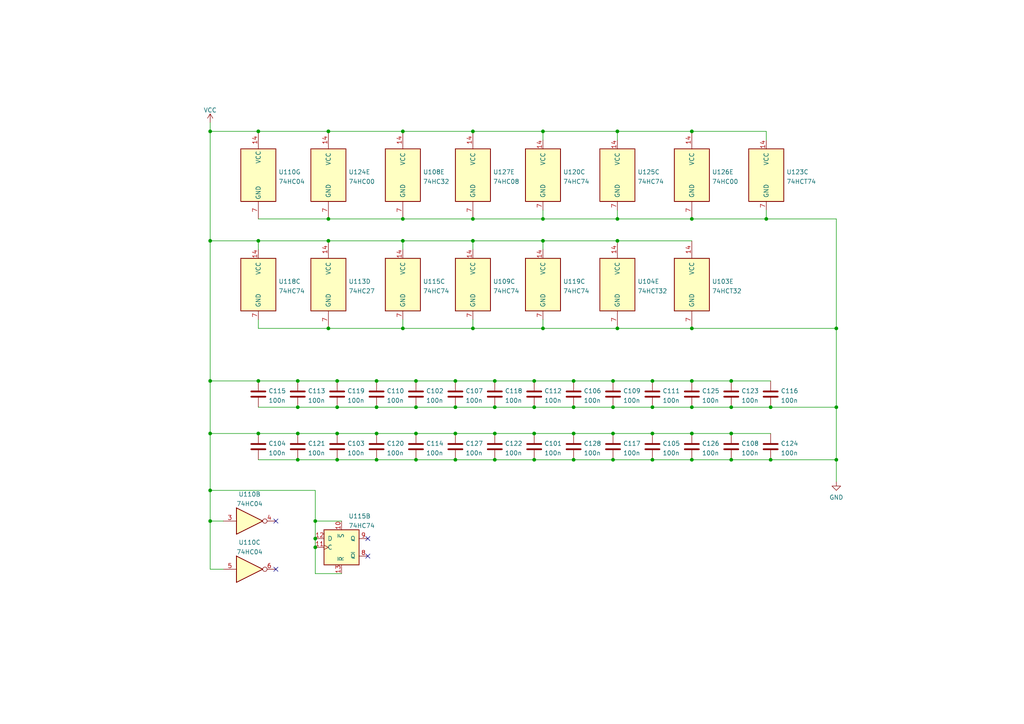
<source format=kicad_sch>
(kicad_sch (version 20211123) (generator eeschema)
  (paper "A4")
  (lib_symbols
    (symbol "74xx:74HC00" (pin_names (offset 1.016))
      (property "Reference" "U" (at 0 1.27 0))
      (property "Value" "74HC00" (at 0 -1.27 0))
      (symbol "74HC00_1_1"
        (arc (start 0 -3.81) (mid 3.81 0) (end 0 3.81) (stroke (width 0.254)) (fill (type background)))
        (polyline (pts (xy 0 3.81) (xy -3.81 3.81) (xy -3.81 -3.81) (xy 0 -3.81)) (stroke (width 0.254)) (fill (type background)))
        (pin input line (at -7.62 2.54 0) (length 3.81) (name "~") (number "1"))
        (pin input line (at -7.62 -2.54 0) (length 3.81) (name "~") (number "2"))
        (pin output inverted (at 7.62 0 180) (length 3.81) (name "~") (number "3"))
      )
      (symbol "74HC00_1_2"
        (arc (start -3.81 -3.81) (mid -2.589 0) (end -3.81 3.81) (stroke (width 0.254)))
        (arc (start -0.6096 -3.81) (mid 2.1855 -2.584) (end 3.81 0) (stroke (width 0.254)) (fill (type background)))
        (polyline (pts (xy -3.81 -3.81) (xy -0.635 -3.81)) (stroke (width 0.254)) (fill (type background)))
        (polyline (pts (xy -3.81 3.81) (xy -0.635 3.81)) (stroke (width 0.254)) (fill (type background)))
        (polyline (pts (xy -0.635 3.81) (xy -3.81 3.81) (xy -3.81 3.81) (xy -3.556 3.4036) (xy -3.0226 2.2606) (xy -2.6924 1.0414) (xy -2.6162 -0.254) (xy -2.7686 -1.4986) (xy -3.175 -2.7178) (xy -3.81 -3.81) (xy -3.81 -3.81) (xy -0.635 -3.81)) (stroke (width -25.4)) (fill (type background)))
        (arc (start 3.81 0) (mid 2.1928 2.5925) (end -0.6096 3.81) (stroke (width 0.254)) (fill (type background)))
        (pin input inverted (at -7.62 2.54 0) (length 4.318) (name "~") (number "1"))
        (pin input inverted (at -7.62 -2.54 0) (length 4.318) (name "~") (number "2"))
        (pin output line (at 7.62 0 180) (length 3.81) (name "~") (number "3"))
      )
      (symbol "74HC00_2_1"
        (arc (start 0 -3.81) (mid 3.81 0) (end 0 3.81) (stroke (width 0.254)) (fill (type background)))
        (polyline (pts (xy 0 3.81) (xy -3.81 3.81) (xy -3.81 -3.81) (xy 0 -3.81)) (stroke (width 0.254)) (fill (type background)))
        (pin input line (at -7.62 2.54 0) (length 3.81) (name "~") (number "4"))
        (pin input line (at -7.62 -2.54 0) (length 3.81) (name "~") (number "5"))
        (pin output inverted (at 7.62 0 180) (length 3.81) (name "~") (number "6"))
      )
      (symbol "74HC00_2_2"
        (arc (start -3.81 -3.81) (mid -2.589 0) (end -3.81 3.81) (stroke (width 0.254)))
        (arc (start -0.6096 -3.81) (mid 2.1855 -2.584) (end 3.81 0) (stroke (width 0.254)) (fill (type background)))
        (polyline (pts (xy -3.81 -3.81) (xy -0.635 -3.81)) (stroke (width 0.254)) (fill (type background)))
        (polyline (pts (xy -3.81 3.81) (xy -0.635 3.81)) (stroke (width 0.254)) (fill (type background)))
        (polyline (pts (xy -0.635 3.81) (xy -3.81 3.81) (xy -3.81 3.81) (xy -3.556 3.4036) (xy -3.0226 2.2606) (xy -2.6924 1.0414) (xy -2.6162 -0.254) (xy -2.7686 -1.4986) (xy -3.175 -2.7178) (xy -3.81 -3.81) (xy -3.81 -3.81) (xy -0.635 -3.81)) (stroke (width -25.4)) (fill (type background)))
        (arc (start 3.81 0) (mid 2.1928 2.5925) (end -0.6096 3.81) (stroke (width 0.254)) (fill (type background)))
        (pin input inverted (at -7.62 2.54 0) (length 4.318) (name "~") (number "4"))
        (pin input inverted (at -7.62 -2.54 0) (length 4.318) (name "~") (number "5"))
        (pin output line (at 7.62 0 180) (length 3.81) (name "~") (number "6"))
      )
      (symbol "74HC00_3_1"
        (arc (start 0 -3.81) (mid 3.81 0) (end 0 3.81) (stroke (width 0.254)) (fill (type background)))
        (polyline (pts (xy 0 3.81) (xy -3.81 3.81) (xy -3.81 -3.81) (xy 0 -3.81)) (stroke (width 0.254)) (fill (type background)))
        (pin input line (at -7.62 -2.54 0) (length 3.81) (name "~") (number "10"))
        (pin output inverted (at 7.62 0 180) (length 3.81) (name "~") (number "8"))
        (pin input line (at -7.62 2.54 0) (length 3.81) (name "~") (number "9"))
      )
      (symbol "74HC00_3_2"
        (arc (start -3.81 -3.81) (mid -2.589 0) (end -3.81 3.81) (stroke (width 0.254)))
        (arc (start -0.6096 -3.81) (mid 2.1855 -2.584) (end 3.81 0) (stroke (width 0.254)) (fill (type background)))
        (polyline (pts (xy -3.81 -3.81) (xy -0.635 -3.81)) (stroke (width 0.254)) (fill (type background)))
        (polyline (pts (xy -3.81 3.81) (xy -0.635 3.81)) (stroke (width 0.254)) (fill (type background)))
        (polyline (pts (xy -0.635 3.81) (xy -3.81 3.81) (xy -3.81 3.81) (xy -3.556 3.4036) (xy -3.0226 2.2606) (xy -2.6924 1.0414) (xy -2.6162 -0.254) (xy -2.7686 -1.4986) (xy -3.175 -2.7178) (xy -3.81 -3.81) (xy -3.81 -3.81) (xy -0.635 -3.81)) (stroke (width -25.4)) (fill (type background)))
        (arc (start 3.81 0) (mid 2.1928 2.5925) (end -0.6096 3.81) (stroke (width 0.254)) (fill (type background)))
        (pin input inverted (at -7.62 -2.54 0) (length 4.318) (name "~") (number "10"))
        (pin output line (at 7.62 0 180) (length 3.81) (name "~") (number "8"))
        (pin input inverted (at -7.62 2.54 0) (length 4.318) (name "~") (number "9"))
      )
      (symbol "74HC00_4_1"
        (arc (start 0 -3.81) (mid 3.81 0) (end 0 3.81) (stroke (width 0.254)) (fill (type background)))
        (polyline (pts (xy 0 3.81) (xy -3.81 3.81) (xy -3.81 -3.81) (xy 0 -3.81)) (stroke (width 0.254)) (fill (type background)))
        (pin output inverted (at 7.62 0 180) (length 3.81) (name "~") (number "11"))
        (pin input line (at -7.62 2.54 0) (length 3.81) (name "~") (number "12"))
        (pin input line (at -7.62 -2.54 0) (length 3.81) (name "~") (number "13"))
      )
      (symbol "74HC00_4_2"
        (arc (start -3.81 -3.81) (mid -2.589 0) (end -3.81 3.81) (stroke (width 0.254)))
        (arc (start -0.6096 -3.81) (mid 2.1855 -2.584) (end 3.81 0) (stroke (width 0.254)) (fill (type background)))
        (polyline (pts (xy -3.81 -3.81) (xy -0.635 -3.81)) (stroke (width 0.254)) (fill (type background)))
        (polyline (pts (xy -3.81 3.81) (xy -0.635 3.81)) (stroke (width 0.254)) (fill (type background)))
        (polyline (pts (xy -0.635 3.81) (xy -3.81 3.81) (xy -3.81 3.81) (xy -3.556 3.4036) (xy -3.0226 2.2606) (xy -2.6924 1.0414) (xy -2.6162 -0.254) (xy -2.7686 -1.4986) (xy -3.175 -2.7178) (xy -3.81 -3.81) (xy -3.81 -3.81) (xy -0.635 -3.81)) (stroke (width -25.4)) (fill (type background)))
        (arc (start 3.81 0) (mid 2.1928 2.5925) (end -0.6096 3.81) (stroke (width 0.254)) (fill (type background)))
        (pin output line (at 7.62 0 180) (length 3.81) (name "~") (number "11"))
        (pin input inverted (at -7.62 2.54 0) (length 4.318) (name "~") (number "12"))
        (pin input inverted (at -7.62 -2.54 0) (length 4.318) (name "~") (number "13"))
      )
      (symbol "74HC00_5_0"
        (pin power_in line (at 0 12.7 270) (length 5.08) (name "VCC") (number "14"))
        (pin power_in line (at 0 -12.7 90) (length 5.08) (name "GND") (number "7"))
      )
      (symbol "74HC00_5_1"
        (rectangle (start -5.08 7.62) (end 5.08 -7.62) (stroke (width 0.254)) (fill (type background)))
      )
    )
    (symbol "74xx:74HC04"
      (property "Reference" "U" (at 0 1.27 0))
      (property "Value" "74HC04" (at 0 -1.27 0))
      (symbol "74HC04_1_0"
        (polyline (pts (xy -3.81 3.81) (xy -3.81 -3.81) (xy 3.81 0) (xy -3.81 3.81)) (stroke (width 0.254)) (fill (type background)))
        (pin input line (at -7.62 0 0) (length 3.81) (name "~") (number "1"))
        (pin output inverted (at 7.62 0 180) (length 3.81) (name "~") (number "2"))
      )
      (symbol "74HC04_2_0"
        (polyline (pts (xy -3.81 3.81) (xy -3.81 -3.81) (xy 3.81 0) (xy -3.81 3.81)) (stroke (width 0.254)) (fill (type background)))
        (pin input line (at -7.62 0 0) (length 3.81) (name "~") (number "3"))
        (pin output inverted (at 7.62 0 180) (length 3.81) (name "~") (number "4"))
      )
      (symbol "74HC04_3_0"
        (polyline (pts (xy -3.81 3.81) (xy -3.81 -3.81) (xy 3.81 0) (xy -3.81 3.81)) (stroke (width 0.254)) (fill (type background)))
        (pin input line (at -7.62 0 0) (length 3.81) (name "~") (number "5"))
        (pin output inverted (at 7.62 0 180) (length 3.81) (name "~") (number "6"))
      )
      (symbol "74HC04_4_0"
        (polyline (pts (xy -3.81 3.81) (xy -3.81 -3.81) (xy 3.81 0) (xy -3.81 3.81)) (stroke (width 0.254)) (fill (type background)))
        (pin output inverted (at 7.62 0 180) (length 3.81) (name "~") (number "8"))
        (pin input line (at -7.62 0 0) (length 3.81) (name "~") (number "9"))
      )
      (symbol "74HC04_5_0"
        (polyline (pts (xy -3.81 3.81) (xy -3.81 -3.81) (xy 3.81 0) (xy -3.81 3.81)) (stroke (width 0.254)) (fill (type background)))
        (pin output inverted (at 7.62 0 180) (length 3.81) (name "~") (number "10"))
        (pin input line (at -7.62 0 0) (length 3.81) (name "~") (number "11"))
      )
      (symbol "74HC04_6_0"
        (polyline (pts (xy -3.81 3.81) (xy -3.81 -3.81) (xy 3.81 0) (xy -3.81 3.81)) (stroke (width 0.254)) (fill (type background)))
        (pin output inverted (at 7.62 0 180) (length 3.81) (name "~") (number "12"))
        (pin input line (at -7.62 0 0) (length 3.81) (name "~") (number "13"))
      )
      (symbol "74HC04_7_0"
        (pin power_in line (at 0 12.7 270) (length 5.08) (name "VCC") (number "14"))
        (pin power_in line (at 0 -12.7 90) (length 5.08) (name "GND") (number "7"))
      )
      (symbol "74HC04_7_1"
        (rectangle (start -5.08 7.62) (end 5.08 -7.62) (stroke (width 0.254)) (fill (type background)))
      )
    )
    (symbol "74xx:74HC74" (pin_names (offset 1.016))
      (property "Reference" "U" (at -7.62 8.89 0))
      (property "Value" "74HC74" (at -7.62 -8.89 0))
      (symbol "74HC74_1_0"
        (pin input line (at 0 -7.62 90) (length 2.54) (name "~{R}") (number "1"))
        (pin input line (at -7.62 2.54 0) (length 2.54) (name "D") (number "2"))
        (pin input clock (at -7.62 0 0) (length 2.54) (name "C") (number "3"))
        (pin input line (at 0 7.62 270) (length 2.54) (name "~{S}") (number "4"))
        (pin output line (at 7.62 2.54 180) (length 2.54) (name "Q") (number "5"))
        (pin output line (at 7.62 -2.54 180) (length 2.54) (name "~{Q}") (number "6"))
      )
      (symbol "74HC74_1_1"
        (rectangle (start -5.08 5.08) (end 5.08 -5.08) (stroke (width 0.254)) (fill (type background)))
      )
      (symbol "74HC74_2_0"
        (pin input line (at 0 7.62 270) (length 2.54) (name "~{S}") (number "10"))
        (pin input clock (at -7.62 0 0) (length 2.54) (name "C") (number "11"))
        (pin input line (at -7.62 2.54 0) (length 2.54) (name "D") (number "12"))
        (pin input line (at 0 -7.62 90) (length 2.54) (name "~{R}") (number "13"))
        (pin output line (at 7.62 -2.54 180) (length 2.54) (name "~{Q}") (number "8"))
        (pin output line (at 7.62 2.54 180) (length 2.54) (name "Q") (number "9"))
      )
      (symbol "74HC74_2_1"
        (rectangle (start -5.08 5.08) (end 5.08 -5.08) (stroke (width 0.254)) (fill (type background)))
      )
      (symbol "74HC74_3_0"
        (pin power_in line (at 0 10.16 270) (length 2.54) (name "VCC") (number "14"))
        (pin power_in line (at 0 -10.16 90) (length 2.54) (name "GND") (number "7"))
      )
      (symbol "74HC74_3_1"
        (rectangle (start -5.08 7.62) (end 5.08 -7.62) (stroke (width 0.254)) (fill (type background)))
      )
    )
    (symbol "74xx:74LS27" (pin_names (offset 1.016))
      (property "Reference" "U" (at 0 1.27 0))
      (property "Value" "74LS27" (at 0 -1.27 0))
      (symbol "74LS27_1_1"
        (arc (start -3.81 -3.81) (mid -2.589 0) (end -3.81 3.81) (stroke (width 0.254)))
        (arc (start -0.6096 -3.81) (mid 2.1855 -2.584) (end 3.81 0) (stroke (width 0.254)) (fill (type background)))
        (polyline (pts (xy -3.81 -3.81) (xy -0.635 -3.81)) (stroke (width 0.254)) (fill (type background)))
        (polyline (pts (xy -3.81 3.81) (xy -0.635 3.81)) (stroke (width 0.254)) (fill (type background)))
        (polyline (pts (xy -0.635 3.81) (xy -3.81 3.81) (xy -3.81 3.81) (xy -3.556 3.4036) (xy -3.0226 2.2606) (xy -2.6924 1.0414) (xy -2.6162 -0.254) (xy -2.7686 -1.4986) (xy -3.175 -2.7178) (xy -3.81 -3.81) (xy -3.81 -3.81) (xy -0.635 -3.81)) (stroke (width -25.4)) (fill (type background)))
        (arc (start 3.81 0) (mid 2.1928 2.5925) (end -0.6096 3.81) (stroke (width 0.254)) (fill (type background)))
        (pin input line (at -7.62 2.54 0) (length 4.318) (name "~") (number "1"))
        (pin output inverted (at 7.62 0 180) (length 3.81) (name "~") (number "12"))
        (pin input line (at -7.62 -2.54 0) (length 4.318) (name "~") (number "13"))
        (pin input line (at -7.62 0 0) (length 4.953) (name "~") (number "2"))
      )
      (symbol "74LS27_1_2"
        (arc (start 0 -3.81) (mid 3.81 0) (end 0 3.81) (stroke (width 0.254)) (fill (type background)))
        (polyline (pts (xy 0 3.81) (xy -3.81 3.81) (xy -3.81 -3.81) (xy 0 -3.81)) (stroke (width 0.254)) (fill (type background)))
        (pin input inverted (at -7.62 2.54 0) (length 3.81) (name "~") (number "1"))
        (pin output line (at 7.62 0 180) (length 3.81) (name "~") (number "12"))
        (pin input inverted (at -7.62 -2.54 0) (length 3.81) (name "~") (number "13"))
        (pin input inverted (at -7.62 0 0) (length 3.81) (name "~") (number "2"))
      )
      (symbol "74LS27_2_1"
        (arc (start -3.81 -3.81) (mid -2.589 0) (end -3.81 3.81) (stroke (width 0.254)))
        (arc (start -0.6096 -3.81) (mid 2.1855 -2.584) (end 3.81 0) (stroke (width 0.254)) (fill (type background)))
        (polyline (pts (xy -3.81 -3.81) (xy -0.635 -3.81)) (stroke (width 0.254)) (fill (type background)))
        (polyline (pts (xy -3.81 3.81) (xy -0.635 3.81)) (stroke (width 0.254)) (fill (type background)))
        (polyline (pts (xy -0.635 3.81) (xy -3.81 3.81) (xy -3.81 3.81) (xy -3.556 3.4036) (xy -3.0226 2.2606) (xy -2.6924 1.0414) (xy -2.6162 -0.254) (xy -2.7686 -1.4986) (xy -3.175 -2.7178) (xy -3.81 -3.81) (xy -3.81 -3.81) (xy -0.635 -3.81)) (stroke (width -25.4)) (fill (type background)))
        (arc (start 3.81 0) (mid 2.1928 2.5925) (end -0.6096 3.81) (stroke (width 0.254)) (fill (type background)))
        (pin input line (at -7.62 2.54 0) (length 4.318) (name "~") (number "3"))
        (pin input line (at -7.62 0 0) (length 4.953) (name "~") (number "4"))
        (pin input line (at -7.62 -2.54 0) (length 4.318) (name "~") (number "5"))
        (pin output inverted (at 7.62 0 180) (length 3.81) (name "~") (number "6"))
      )
      (symbol "74LS27_2_2"
        (arc (start 0 -3.81) (mid 3.81 0) (end 0 3.81) (stroke (width 0.254)) (fill (type background)))
        (polyline (pts (xy 0 3.81) (xy -3.81 3.81) (xy -3.81 -3.81) (xy 0 -3.81)) (stroke (width 0.254)) (fill (type background)))
        (pin input inverted (at -7.62 2.54 0) (length 3.81) (name "~") (number "3"))
        (pin input inverted (at -7.62 0 0) (length 3.81) (name "~") (number "4"))
        (pin input inverted (at -7.62 -2.54 0) (length 3.81) (name "~") (number "5"))
        (pin output line (at 7.62 0 180) (length 3.81) (name "~") (number "6"))
      )
      (symbol "74LS27_3_1"
        (arc (start -3.81 -3.81) (mid -2.589 0) (end -3.81 3.81) (stroke (width 0.254)))
        (arc (start -0.6096 -3.81) (mid 2.1855 -2.584) (end 3.81 0) (stroke (width 0.254)) (fill (type background)))
        (polyline (pts (xy -3.81 -3.81) (xy -0.635 -3.81)) (stroke (width 0.254)) (fill (type background)))
        (polyline (pts (xy -3.81 3.81) (xy -0.635 3.81)) (stroke (width 0.254)) (fill (type background)))
        (polyline (pts (xy -0.635 3.81) (xy -3.81 3.81) (xy -3.81 3.81) (xy -3.556 3.4036) (xy -3.0226 2.2606) (xy -2.6924 1.0414) (xy -2.6162 -0.254) (xy -2.7686 -1.4986) (xy -3.175 -2.7178) (xy -3.81 -3.81) (xy -3.81 -3.81) (xy -0.635 -3.81)) (stroke (width -25.4)) (fill (type background)))
        (arc (start 3.81 0) (mid 2.1928 2.5925) (end -0.6096 3.81) (stroke (width 0.254)) (fill (type background)))
        (pin input line (at -7.62 0 0) (length 4.953) (name "~") (number "10"))
        (pin input line (at -7.62 -2.54 0) (length 4.318) (name "~") (number "11"))
        (pin output inverted (at 7.62 0 180) (length 3.81) (name "~") (number "8"))
        (pin input line (at -7.62 2.54 0) (length 4.318) (name "~") (number "9"))
      )
      (symbol "74LS27_3_2"
        (arc (start 0 -3.81) (mid 3.81 0) (end 0 3.81) (stroke (width 0.254)) (fill (type background)))
        (polyline (pts (xy 0 3.81) (xy -3.81 3.81) (xy -3.81 -3.81) (xy 0 -3.81)) (stroke (width 0.254)) (fill (type background)))
        (pin input inverted (at -7.62 0 0) (length 3.81) (name "~") (number "10"))
        (pin input inverted (at -7.62 -2.54 0) (length 3.81) (name "~") (number "11"))
        (pin output line (at 7.62 0 180) (length 3.81) (name "~") (number "8"))
        (pin input inverted (at -7.62 2.54 0) (length 3.81) (name "~") (number "9"))
      )
      (symbol "74LS27_4_0"
        (pin power_in line (at 0 12.7 270) (length 5.08) (name "VCC") (number "14"))
        (pin power_in line (at 0 -12.7 90) (length 5.08) (name "GND") (number "7"))
      )
      (symbol "74LS27_4_1"
        (rectangle (start -5.08 7.62) (end 5.08 -7.62) (stroke (width 0.254)) (fill (type background)))
      )
    )
    (symbol "74xx:74LS32" (pin_names (offset 1.016))
      (property "Reference" "U" (at 0 1.27 0))
      (property "Value" "74LS32" (at 0 -1.27 0))
      (symbol "74LS32_1_1"
        (arc (start -3.81 -3.81) (mid -2.589 0) (end -3.81 3.81) (stroke (width 0.254)))
        (arc (start -0.6096 -3.81) (mid 2.1855 -2.584) (end 3.81 0) (stroke (width 0.254)) (fill (type background)))
        (polyline (pts (xy -3.81 -3.81) (xy -0.635 -3.81)) (stroke (width 0.254)) (fill (type background)))
        (polyline (pts (xy -3.81 3.81) (xy -0.635 3.81)) (stroke (width 0.254)) (fill (type background)))
        (polyline (pts (xy -0.635 3.81) (xy -3.81 3.81) (xy -3.81 3.81) (xy -3.556 3.4036) (xy -3.0226 2.2606) (xy -2.6924 1.0414) (xy -2.6162 -0.254) (xy -2.7686 -1.4986) (xy -3.175 -2.7178) (xy -3.81 -3.81) (xy -3.81 -3.81) (xy -0.635 -3.81)) (stroke (width -25.4)) (fill (type background)))
        (arc (start 3.81 0) (mid 2.1928 2.5925) (end -0.6096 3.81) (stroke (width 0.254)) (fill (type background)))
        (pin input line (at -7.62 2.54 0) (length 4.318) (name "~") (number "1"))
        (pin input line (at -7.62 -2.54 0) (length 4.318) (name "~") (number "2"))
        (pin output line (at 7.62 0 180) (length 3.81) (name "~") (number "3"))
      )
      (symbol "74LS32_1_2"
        (arc (start 0 -3.81) (mid 3.81 0) (end 0 3.81) (stroke (width 0.254)) (fill (type background)))
        (polyline (pts (xy 0 3.81) (xy -3.81 3.81) (xy -3.81 -3.81) (xy 0 -3.81)) (stroke (width 0.254)) (fill (type background)))
        (pin input inverted (at -7.62 2.54 0) (length 3.81) (name "~") (number "1"))
        (pin input inverted (at -7.62 -2.54 0) (length 3.81) (name "~") (number "2"))
        (pin output inverted (at 7.62 0 180) (length 3.81) (name "~") (number "3"))
      )
      (symbol "74LS32_2_1"
        (arc (start -3.81 -3.81) (mid -2.589 0) (end -3.81 3.81) (stroke (width 0.254)))
        (arc (start -0.6096 -3.81) (mid 2.1855 -2.584) (end 3.81 0) (stroke (width 0.254)) (fill (type background)))
        (polyline (pts (xy -3.81 -3.81) (xy -0.635 -3.81)) (stroke (width 0.254)) (fill (type background)))
        (polyline (pts (xy -3.81 3.81) (xy -0.635 3.81)) (stroke (width 0.254)) (fill (type background)))
        (polyline (pts (xy -0.635 3.81) (xy -3.81 3.81) (xy -3.81 3.81) (xy -3.556 3.4036) (xy -3.0226 2.2606) (xy -2.6924 1.0414) (xy -2.6162 -0.254) (xy -2.7686 -1.4986) (xy -3.175 -2.7178) (xy -3.81 -3.81) (xy -3.81 -3.81) (xy -0.635 -3.81)) (stroke (width -25.4)) (fill (type background)))
        (arc (start 3.81 0) (mid 2.1928 2.5925) (end -0.6096 3.81) (stroke (width 0.254)) (fill (type background)))
        (pin input line (at -7.62 2.54 0) (length 4.318) (name "~") (number "4"))
        (pin input line (at -7.62 -2.54 0) (length 4.318) (name "~") (number "5"))
        (pin output line (at 7.62 0 180) (length 3.81) (name "~") (number "6"))
      )
      (symbol "74LS32_2_2"
        (arc (start 0 -3.81) (mid 3.81 0) (end 0 3.81) (stroke (width 0.254)) (fill (type background)))
        (polyline (pts (xy 0 3.81) (xy -3.81 3.81) (xy -3.81 -3.81) (xy 0 -3.81)) (stroke (width 0.254)) (fill (type background)))
        (pin input inverted (at -7.62 2.54 0) (length 3.81) (name "~") (number "4"))
        (pin input inverted (at -7.62 -2.54 0) (length 3.81) (name "~") (number "5"))
        (pin output inverted (at 7.62 0 180) (length 3.81) (name "~") (number "6"))
      )
      (symbol "74LS32_3_1"
        (arc (start -3.81 -3.81) (mid -2.589 0) (end -3.81 3.81) (stroke (width 0.254)))
        (arc (start -0.6096 -3.81) (mid 2.1855 -2.584) (end 3.81 0) (stroke (width 0.254)) (fill (type background)))
        (polyline (pts (xy -3.81 -3.81) (xy -0.635 -3.81)) (stroke (width 0.254)) (fill (type background)))
        (polyline (pts (xy -3.81 3.81) (xy -0.635 3.81)) (stroke (width 0.254)) (fill (type background)))
        (polyline (pts (xy -0.635 3.81) (xy -3.81 3.81) (xy -3.81 3.81) (xy -3.556 3.4036) (xy -3.0226 2.2606) (xy -2.6924 1.0414) (xy -2.6162 -0.254) (xy -2.7686 -1.4986) (xy -3.175 -2.7178) (xy -3.81 -3.81) (xy -3.81 -3.81) (xy -0.635 -3.81)) (stroke (width -25.4)) (fill (type background)))
        (arc (start 3.81 0) (mid 2.1928 2.5925) (end -0.6096 3.81) (stroke (width 0.254)) (fill (type background)))
        (pin input line (at -7.62 -2.54 0) (length 4.318) (name "~") (number "10"))
        (pin output line (at 7.62 0 180) (length 3.81) (name "~") (number "8"))
        (pin input line (at -7.62 2.54 0) (length 4.318) (name "~") (number "9"))
      )
      (symbol "74LS32_3_2"
        (arc (start 0 -3.81) (mid 3.81 0) (end 0 3.81) (stroke (width 0.254)) (fill (type background)))
        (polyline (pts (xy 0 3.81) (xy -3.81 3.81) (xy -3.81 -3.81) (xy 0 -3.81)) (stroke (width 0.254)) (fill (type background)))
        (pin input inverted (at -7.62 -2.54 0) (length 3.81) (name "~") (number "10"))
        (pin output inverted (at 7.62 0 180) (length 3.81) (name "~") (number "8"))
        (pin input inverted (at -7.62 2.54 0) (length 3.81) (name "~") (number "9"))
      )
      (symbol "74LS32_4_1"
        (arc (start -3.81 -3.81) (mid -2.589 0) (end -3.81 3.81) (stroke (width 0.254)))
        (arc (start -0.6096 -3.81) (mid 2.1855 -2.584) (end 3.81 0) (stroke (width 0.254)) (fill (type background)))
        (polyline (pts (xy -3.81 -3.81) (xy -0.635 -3.81)) (stroke (width 0.254)) (fill (type background)))
        (polyline (pts (xy -3.81 3.81) (xy -0.635 3.81)) (stroke (width 0.254)) (fill (type background)))
        (polyline (pts (xy -0.635 3.81) (xy -3.81 3.81) (xy -3.81 3.81) (xy -3.556 3.4036) (xy -3.0226 2.2606) (xy -2.6924 1.0414) (xy -2.6162 -0.254) (xy -2.7686 -1.4986) (xy -3.175 -2.7178) (xy -3.81 -3.81) (xy -3.81 -3.81) (xy -0.635 -3.81)) (stroke (width -25.4)) (fill (type background)))
        (arc (start 3.81 0) (mid 2.1928 2.5925) (end -0.6096 3.81) (stroke (width 0.254)) (fill (type background)))
        (pin output line (at 7.62 0 180) (length 3.81) (name "~") (number "11"))
        (pin input line (at -7.62 2.54 0) (length 4.318) (name "~") (number "12"))
        (pin input line (at -7.62 -2.54 0) (length 4.318) (name "~") (number "13"))
      )
      (symbol "74LS32_4_2"
        (arc (start 0 -3.81) (mid 3.81 0) (end 0 3.81) (stroke (width 0.254)) (fill (type background)))
        (polyline (pts (xy 0 3.81) (xy -3.81 3.81) (xy -3.81 -3.81) (xy 0 -3.81)) (stroke (width 0.254)) (fill (type background)))
        (pin output inverted (at 7.62 0 180) (length 3.81) (name "~") (number "11"))
        (pin input inverted (at -7.62 2.54 0) (length 3.81) (name "~") (number "12"))
        (pin input inverted (at -7.62 -2.54 0) (length 3.81) (name "~") (number "13"))
      )
      (symbol "74LS32_5_0"
        (pin power_in line (at 0 12.7 270) (length 5.08) (name "VCC") (number "14"))
        (pin power_in line (at 0 -12.7 90) (length 5.08) (name "GND") (number "7"))
      )
      (symbol "74LS32_5_1"
        (rectangle (start -5.08 7.62) (end 5.08 -7.62) (stroke (width 0.254)) (fill (type background)))
      )
    )
    (symbol "Custom 74xx:74HC08" (pin_names (offset 1.016))
      (property "Reference" "U" (at 0 1.27 0))
      (property "Value" "74HC08" (at 0 -1.27 0))
      (symbol "74HC08_1_1"
        (arc (start 0 -3.81) (mid 3.81 0) (end 0 3.81) (stroke (width 0.254)) (fill (type background)))
        (polyline (pts (xy 0 3.81) (xy -3.81 3.81) (xy -3.81 -3.81) (xy 0 -3.81)) (stroke (width 0.254)) (fill (type background)))
        (pin input line (at -7.62 2.54 0) (length 3.81) (name "~") (number "1"))
        (pin input line (at -7.62 -2.54 0) (length 3.81) (name "~") (number "2"))
        (pin output line (at 7.62 0 180) (length 3.81) (name "~") (number "3"))
      )
      (symbol "74HC08_1_2"
        (arc (start -3.81 -3.81) (mid -2.589 0) (end -3.81 3.81) (stroke (width 0.254)))
        (arc (start -0.6096 -3.81) (mid 2.1855 -2.584) (end 3.81 0) (stroke (width 0.254)) (fill (type background)))
        (polyline (pts (xy -3.81 -3.81) (xy -0.635 -3.81)) (stroke (width 0.254)) (fill (type background)))
        (polyline (pts (xy -3.81 3.81) (xy -0.635 3.81)) (stroke (width 0.254)) (fill (type background)))
        (polyline (pts (xy -0.635 3.81) (xy -3.81 3.81) (xy -3.81 3.81) (xy -3.556 3.4036) (xy -3.0226 2.2606) (xy -2.6924 1.0414) (xy -2.6162 -0.254) (xy -2.7686 -1.4986) (xy -3.175 -2.7178) (xy -3.81 -3.81) (xy -3.81 -3.81) (xy -0.635 -3.81)) (stroke (width -25.4)) (fill (type background)))
        (arc (start 3.81 0) (mid 2.1928 2.5925) (end -0.6096 3.81) (stroke (width 0.254)) (fill (type background)))
        (pin input inverted (at -7.62 2.54 0) (length 4.318) (name "~") (number "1"))
        (pin input inverted (at -7.62 -2.54 0) (length 4.318) (name "~") (number "2"))
        (pin output line (at 7.62 0 180) (length 3.81) (name "~") (number "3"))
      )
      (symbol "74HC08_2_1"
        (arc (start 0 -3.81) (mid 3.81 0) (end 0 3.81) (stroke (width 0.254)) (fill (type background)))
        (polyline (pts (xy 0 3.81) (xy -3.81 3.81) (xy -3.81 -3.81) (xy 0 -3.81)) (stroke (width 0.254)) (fill (type background)))
        (pin input line (at -7.62 2.54 0) (length 3.81) (name "~") (number "4"))
        (pin input line (at -7.62 -2.54 0) (length 3.81) (name "~") (number "5"))
        (pin output line (at 7.62 0 180) (length 3.81) (name "~") (number "6"))
      )
      (symbol "74HC08_2_2"
        (arc (start -3.81 -3.81) (mid -2.589 0) (end -3.81 3.81) (stroke (width 0.254)))
        (arc (start -0.6096 -3.81) (mid 2.1855 -2.584) (end 3.81 0) (stroke (width 0.254)) (fill (type background)))
        (polyline (pts (xy -3.81 -3.81) (xy -0.635 -3.81)) (stroke (width 0.254)) (fill (type background)))
        (polyline (pts (xy -3.81 3.81) (xy -0.635 3.81)) (stroke (width 0.254)) (fill (type background)))
        (polyline (pts (xy -0.635 3.81) (xy -3.81 3.81) (xy -3.81 3.81) (xy -3.556 3.4036) (xy -3.0226 2.2606) (xy -2.6924 1.0414) (xy -2.6162 -0.254) (xy -2.7686 -1.4986) (xy -3.175 -2.7178) (xy -3.81 -3.81) (xy -3.81 -3.81) (xy -0.635 -3.81)) (stroke (width -25.4)) (fill (type background)))
        (arc (start 3.81 0) (mid 2.1928 2.5925) (end -0.6096 3.81) (stroke (width 0.254)) (fill (type background)))
        (pin input inverted (at -7.62 2.54 0) (length 4.318) (name "~") (number "4"))
        (pin input inverted (at -7.62 -2.54 0) (length 4.318) (name "~") (number "5"))
        (pin output line (at 7.62 0 180) (length 3.81) (name "~") (number "6"))
      )
      (symbol "74HC08_3_1"
        (arc (start 0 -3.81) (mid 3.81 0) (end 0 3.81) (stroke (width 0.254)) (fill (type background)))
        (polyline (pts (xy 0 3.81) (xy -3.81 3.81) (xy -3.81 -3.81) (xy 0 -3.81)) (stroke (width 0.254)) (fill (type background)))
        (pin input line (at -7.62 -2.54 0) (length 3.81) (name "~") (number "10"))
        (pin output line (at 7.62 0 180) (length 3.81) (name "~") (number "8"))
        (pin input line (at -7.62 2.54 0) (length 3.81) (name "~") (number "9"))
      )
      (symbol "74HC08_3_2"
        (arc (start -3.81 -3.81) (mid -2.589 0) (end -3.81 3.81) (stroke (width 0.254)))
        (arc (start -0.6096 -3.81) (mid 2.1855 -2.584) (end 3.81 0) (stroke (width 0.254)) (fill (type background)))
        (polyline (pts (xy -3.81 -3.81) (xy -0.635 -3.81)) (stroke (width 0.254)) (fill (type background)))
        (polyline (pts (xy -3.81 3.81) (xy -0.635 3.81)) (stroke (width 0.254)) (fill (type background)))
        (polyline (pts (xy -0.635 3.81) (xy -3.81 3.81) (xy -3.81 3.81) (xy -3.556 3.4036) (xy -3.0226 2.2606) (xy -2.6924 1.0414) (xy -2.6162 -0.254) (xy -2.7686 -1.4986) (xy -3.175 -2.7178) (xy -3.81 -3.81) (xy -3.81 -3.81) (xy -0.635 -3.81)) (stroke (width -25.4)) (fill (type background)))
        (arc (start 3.81 0) (mid 2.1928 2.5925) (end -0.6096 3.81) (stroke (width 0.254)) (fill (type background)))
        (pin input inverted (at -7.62 -2.54 0) (length 4.318) (name "~") (number "10"))
        (pin output line (at 7.62 0 180) (length 3.81) (name "~") (number "8"))
        (pin input inverted (at -7.62 2.54 0) (length 4.318) (name "~") (number "9"))
      )
      (symbol "74HC08_4_1"
        (arc (start 0 -3.81) (mid 3.81 0) (end 0 3.81) (stroke (width 0.254)) (fill (type background)))
        (polyline (pts (xy 0 3.81) (xy -3.81 3.81) (xy -3.81 -3.81) (xy 0 -3.81)) (stroke (width 0.254)) (fill (type background)))
        (pin output line (at 7.62 0 180) (length 3.81) (name "~") (number "11"))
        (pin input line (at -7.62 2.54 0) (length 3.81) (name "~") (number "12"))
        (pin input line (at -7.62 -2.54 0) (length 3.81) (name "~") (number "13"))
      )
      (symbol "74HC08_4_2"
        (arc (start -3.81 -3.81) (mid -2.589 0) (end -3.81 3.81) (stroke (width 0.254)))
        (arc (start -0.6096 -3.81) (mid 2.1855 -2.584) (end 3.81 0) (stroke (width 0.254)) (fill (type background)))
        (polyline (pts (xy -3.81 -3.81) (xy -0.635 -3.81)) (stroke (width 0.254)) (fill (type background)))
        (polyline (pts (xy -3.81 3.81) (xy -0.635 3.81)) (stroke (width 0.254)) (fill (type background)))
        (polyline (pts (xy -0.635 3.81) (xy -3.81 3.81) (xy -3.81 3.81) (xy -3.556 3.4036) (xy -3.0226 2.2606) (xy -2.6924 1.0414) (xy -2.6162 -0.254) (xy -2.7686 -1.4986) (xy -3.175 -2.7178) (xy -3.81 -3.81) (xy -3.81 -3.81) (xy -0.635 -3.81)) (stroke (width -25.4)) (fill (type background)))
        (arc (start 3.81 0) (mid 2.1928 2.5925) (end -0.6096 3.81) (stroke (width 0.254)) (fill (type background)))
        (pin output line (at 7.62 0 180) (length 3.81) (name "~") (number "11"))
        (pin input inverted (at -7.62 2.54 0) (length 4.318) (name "~") (number "12"))
        (pin input inverted (at -7.62 -2.54 0) (length 4.318) (name "~") (number "13"))
      )
      (symbol "74HC08_5_0"
        (pin power_in line (at 0 12.7 270) (length 5.08) (name "VCC") (number "14"))
        (pin power_in line (at 0 -12.7 90) (length 5.08) (name "GND") (number "7"))
      )
      (symbol "74HC08_5_1"
        (rectangle (start -5.08 7.62) (end 5.08 -7.62) (stroke (width 0.254)) (fill (type background)))
      )
    )
    (symbol "Device:C" (pin_numbers hide) (pin_names (offset 0.254))
      (property "Reference" "C" (at 0.635 2.54 0))
      (property "Value" "C" (at 0.635 -2.54 0))
      (symbol "C_0_1"
        (polyline (pts (xy -2.032 -0.762) (xy 2.032 -0.762)) (stroke (width 0.508)))
        (polyline (pts (xy -2.032 0.762) (xy 2.032 0.762)) (stroke (width 0.508)))
      )
      (symbol "C_1_1"
        (pin passive line (at 0 3.81 270) (length 2.794) (name "~") (number "1"))
        (pin passive line (at 0 -3.81 90) (length 2.794) (name "~") (number "2"))
      )
    )
    (symbol "power:GND" (power) (pin_names (offset 0))
      (property "Value" "GND" (at 0 -3.81 0))
      (symbol "GND_0_1"
        (polyline (pts (xy 0 0) (xy 0 -1.27) (xy 1.27 -1.27) (xy 0 -2.54) (xy -1.27 -1.27) (xy 0 -1.27)))
      )
      (symbol "GND_1_1"
        (pin power_in line (at 0 0 270) (length 0) hide (name "GND") (number "1"))
      )
    )
    (symbol "power:VCC" (power) (pin_names (offset 0))
      (property "Value" "VCC" (at 0 3.81 0))
      (symbol "VCC_0_1"
        (polyline (pts (xy -0.762 1.27) (xy 0 2.54)))
        (polyline (pts (xy 0 0) (xy 0 2.54)))
        (polyline (pts (xy 0 2.54) (xy 0.762 1.27)))
      )
      (symbol "VCC_1_1"
        (pin power_in line (at 0 0 90) (length 0) hide (name "VCC") (number "1"))
      )
    )
  )
  (junction (at 137.16 63.5))
  (junction (at 97.79 118.11))
  (junction (at 91.44 151.13))
  (junction (at 132.08 133.35))
  (junction (at 154.94 133.35))
  (junction (at 95.25 69.85))
  (junction (at 200.66 38.1))
  (junction (at 120.65 118.11))
  (junction (at 97.79 125.73))
  (junction (at 86.36 110.49))
  (junction (at 132.08 125.73))
  (junction (at 177.8 118.11))
  (junction (at 166.37 125.73))
  (junction (at 91.44 156.21))
  (junction (at 86.36 118.11))
  (junction (at 166.37 133.35))
  (junction (at 177.8 125.73))
  (junction (at 95.25 38.1))
  (junction (at 143.51 110.49))
  (junction (at 116.84 63.5))
  (junction (at 137.16 69.85))
  (junction (at 109.22 110.49))
  (junction (at 60.96 69.85))
  (junction (at 60.96 142.24))
  (junction (at 157.48 63.5))
  (junction (at 116.84 95.25))
  (junction (at 143.51 133.35))
  (junction (at 95.25 63.5))
  (junction (at 200.66 125.73))
  (junction (at 132.08 110.49))
  (junction (at 189.23 125.73))
  (junction (at 116.84 69.85))
  (junction (at 223.52 133.35))
  (junction (at 74.93 110.49))
  (junction (at 109.22 133.35))
  (junction (at 179.07 95.25))
  (junction (at 212.09 125.73))
  (junction (at 86.36 133.35))
  (junction (at 154.94 110.49))
  (junction (at 200.66 118.11))
  (junction (at 242.57 118.11))
  (junction (at 95.25 95.25))
  (junction (at 109.22 118.11))
  (junction (at 166.37 110.49))
  (junction (at 179.07 69.85))
  (junction (at 157.48 95.25))
  (junction (at 74.93 38.1))
  (junction (at 212.09 118.11))
  (junction (at 109.22 125.73))
  (junction (at 137.16 38.1))
  (junction (at 177.8 110.49))
  (junction (at 222.25 63.5))
  (junction (at 74.93 69.85))
  (junction (at 60.96 125.73))
  (junction (at 74.93 125.73))
  (junction (at 91.44 158.75))
  (junction (at 143.51 125.73))
  (junction (at 116.84 38.1))
  (junction (at 179.07 38.1))
  (junction (at 200.66 133.35))
  (junction (at 60.96 110.49))
  (junction (at 179.07 63.5))
  (junction (at 157.48 38.1))
  (junction (at 212.09 133.35))
  (junction (at 212.09 110.49))
  (junction (at 97.79 133.35))
  (junction (at 157.48 69.85))
  (junction (at 154.94 125.73))
  (junction (at 143.51 118.11))
  (junction (at 97.79 110.49))
  (junction (at 200.66 95.25))
  (junction (at 60.96 151.13))
  (junction (at 137.16 95.25))
  (junction (at 120.65 110.49))
  (junction (at 189.23 118.11))
  (junction (at 200.66 110.49))
  (junction (at 223.52 118.11))
  (junction (at 154.94 118.11))
  (junction (at 132.08 118.11))
  (junction (at 189.23 110.49))
  (junction (at 60.96 38.1))
  (junction (at 177.8 133.35))
  (junction (at 120.65 125.73))
  (junction (at 200.66 63.5))
  (junction (at 242.57 95.25))
  (junction (at 120.65 133.35))
  (junction (at 86.36 125.73))
  (junction (at 189.23 133.35))
  (junction (at 242.57 133.35))
  (junction (at 166.37 118.11))
  (no_connect (at 80.01 165.1))
  (no_connect (at 106.68 161.29))
  (no_connect (at 80.01 151.13))
  (no_connect (at 106.68 156.21))
  (wire (pts (xy 137.16 95.25) (xy 157.48 95.25)))
  (wire (pts (xy 60.96 69.85) (xy 74.93 69.85)))
  (wire (pts (xy 154.94 125.73) (xy 166.37 125.73)))
  (wire (pts (xy 132.08 110.49) (xy 143.51 110.49)))
  (wire (pts (xy 143.51 110.49) (xy 154.94 110.49)))
  (wire (pts (xy 74.93 38.1) (xy 95.25 38.1)))
  (wire (pts (xy 157.48 69.85) (xy 179.07 69.85)))
  (wire (pts (xy 200.66 110.49) (xy 212.09 110.49)))
  (wire (pts (xy 74.93 92.71) (xy 74.93 95.25)))
  (wire (pts (xy 74.93 133.35) (xy 86.36 133.35)))
  (wire (pts (xy 60.96 142.24) (xy 60.96 151.13)))
  (wire (pts (xy 157.48 92.71) (xy 157.48 95.25)))
  (wire (pts (xy 120.65 110.49) (xy 132.08 110.49)))
  (wire (pts (xy 91.44 151.13) (xy 91.44 156.21)))
  (wire (pts (xy 74.93 110.49) (xy 86.36 110.49)))
  (wire (pts (xy 189.23 125.73) (xy 200.66 125.73)))
  (wire (pts (xy 132.08 118.11) (xy 143.51 118.11)))
  (wire (pts (xy 97.79 125.73) (xy 109.22 125.73)))
  (wire (pts (xy 200.66 63.5) (xy 179.07 63.5)))
  (wire (pts (xy 137.16 69.85) (xy 157.48 69.85)))
  (wire (pts (xy 166.37 110.49) (xy 177.8 110.49)))
  (wire (pts (xy 157.48 38.1) (xy 179.07 38.1)))
  (wire (pts (xy 157.48 63.5) (xy 137.16 63.5)))
  (wire (pts (xy 177.8 133.35) (xy 189.23 133.35)))
  (wire (pts (xy 116.84 92.71) (xy 116.84 95.25)))
  (wire (pts (xy 60.96 125.73) (xy 60.96 142.24)))
  (wire (pts (xy 242.57 95.25) (xy 242.57 63.5)))
  (wire (pts (xy 154.94 133.35) (xy 166.37 133.35)))
  (wire (pts (xy 137.16 63.5) (xy 116.84 63.5)))
  (wire (pts (xy 157.48 69.85) (xy 157.48 72.39)))
  (wire (pts (xy 242.57 133.35) (xy 242.57 118.11)))
  (wire (pts (xy 74.93 125.73) (xy 86.36 125.73)))
  (wire (pts (xy 242.57 118.11) (xy 242.57 95.25)))
  (wire (pts (xy 137.16 92.71) (xy 137.16 95.25)))
  (wire (pts (xy 60.96 110.49) (xy 60.96 125.73)))
  (wire (pts (xy 60.96 38.1) (xy 60.96 69.85)))
  (wire (pts (xy 179.07 60.96) (xy 179.07 63.5)))
  (wire (pts (xy 74.93 69.85) (xy 74.93 72.39)))
  (wire (pts (xy 91.44 166.37) (xy 99.06 166.37)))
  (wire (pts (xy 60.96 125.73) (xy 74.93 125.73)))
  (wire (pts (xy 200.66 38.1) (xy 222.25 38.1)))
  (wire (pts (xy 120.65 133.35) (xy 132.08 133.35)))
  (wire (pts (xy 137.16 69.85) (xy 137.16 72.39)))
  (wire (pts (xy 91.44 158.75) (xy 91.44 166.37)))
  (wire (pts (xy 60.96 35.56) (xy 60.96 38.1)))
  (wire (pts (xy 109.22 110.49) (xy 120.65 110.49)))
  (wire (pts (xy 143.51 125.73) (xy 154.94 125.73)))
  (wire (pts (xy 137.16 38.1) (xy 157.48 38.1)))
  (wire (pts (xy 242.57 63.5) (xy 222.25 63.5)))
  (wire (pts (xy 222.25 63.5) (xy 200.66 63.5)))
  (wire (pts (xy 60.96 69.85) (xy 60.96 110.49)))
  (wire (pts (xy 120.65 125.73) (xy 132.08 125.73)))
  (wire (pts (xy 109.22 118.11) (xy 120.65 118.11)))
  (wire (pts (xy 222.25 38.1) (xy 222.25 40.64)))
  (wire (pts (xy 97.79 110.49) (xy 109.22 110.49)))
  (wire (pts (xy 212.09 125.73) (xy 223.52 125.73)))
  (wire (pts (xy 212.09 133.35) (xy 223.52 133.35)))
  (wire (pts (xy 60.96 165.1) (xy 64.77 165.1)))
  (wire (pts (xy 222.25 60.96) (xy 222.25 63.5)))
  (wire (pts (xy 60.96 151.13) (xy 64.77 151.13)))
  (wire (pts (xy 95.25 69.85) (xy 116.84 69.85)))
  (wire (pts (xy 120.65 118.11) (xy 132.08 118.11)))
  (wire (pts (xy 60.96 142.24) (xy 91.44 142.24)))
  (wire (pts (xy 200.66 118.11) (xy 212.09 118.11)))
  (wire (pts (xy 223.52 133.35) (xy 242.57 133.35)))
  (wire (pts (xy 95.25 95.25) (xy 116.84 95.25)))
  (wire (pts (xy 91.44 142.24) (xy 91.44 151.13)))
  (wire (pts (xy 86.36 125.73) (xy 97.79 125.73)))
  (wire (pts (xy 179.07 95.25) (xy 200.66 95.25)))
  (wire (pts (xy 200.66 133.35) (xy 212.09 133.35)))
  (wire (pts (xy 200.66 95.25) (xy 242.57 95.25)))
  (wire (pts (xy 74.93 95.25) (xy 95.25 95.25)))
  (wire (pts (xy 132.08 133.35) (xy 143.51 133.35)))
  (wire (pts (xy 189.23 118.11) (xy 200.66 118.11)))
  (wire (pts (xy 86.36 133.35) (xy 97.79 133.35)))
  (wire (pts (xy 132.08 125.73) (xy 143.51 125.73)))
  (wire (pts (xy 109.22 133.35) (xy 120.65 133.35)))
  (wire (pts (xy 166.37 125.73) (xy 177.8 125.73)))
  (wire (pts (xy 116.84 69.85) (xy 137.16 69.85)))
  (wire (pts (xy 143.51 118.11) (xy 154.94 118.11)))
  (wire (pts (xy 60.96 110.49) (xy 74.93 110.49)))
  (wire (pts (xy 157.48 95.25) (xy 179.07 95.25)))
  (wire (pts (xy 91.44 151.13) (xy 99.06 151.13)))
  (wire (pts (xy 60.96 151.13) (xy 60.96 165.1)))
  (wire (pts (xy 179.07 38.1) (xy 200.66 38.1)))
  (wire (pts (xy 179.07 69.85) (xy 200.66 69.85)))
  (wire (pts (xy 74.93 69.85) (xy 95.25 69.85)))
  (wire (pts (xy 177.8 118.11) (xy 189.23 118.11)))
  (wire (pts (xy 166.37 133.35) (xy 177.8 133.35)))
  (wire (pts (xy 166.37 118.11) (xy 177.8 118.11)))
  (wire (pts (xy 116.84 95.25) (xy 137.16 95.25)))
  (wire (pts (xy 109.22 125.73) (xy 120.65 125.73)))
  (wire (pts (xy 86.36 118.11) (xy 97.79 118.11)))
  (wire (pts (xy 97.79 133.35) (xy 109.22 133.35)))
  (wire (pts (xy 189.23 110.49) (xy 200.66 110.49)))
  (wire (pts (xy 179.07 63.5) (xy 157.48 63.5)))
  (wire (pts (xy 116.84 69.85) (xy 116.84 72.39)))
  (wire (pts (xy 157.48 38.1) (xy 157.48 40.64)))
  (wire (pts (xy 212.09 118.11) (xy 223.52 118.11)))
  (wire (pts (xy 143.51 133.35) (xy 154.94 133.35)))
  (wire (pts (xy 154.94 118.11) (xy 166.37 118.11)))
  (wire (pts (xy 95.25 38.1) (xy 116.84 38.1)))
  (wire (pts (xy 91.44 156.21) (xy 91.44 158.75)))
  (wire (pts (xy 223.52 118.11) (xy 242.57 118.11)))
  (wire (pts (xy 116.84 38.1) (xy 137.16 38.1)))
  (wire (pts (xy 179.07 38.1) (xy 179.07 40.64)))
  (wire (pts (xy 189.23 133.35) (xy 200.66 133.35)))
  (wire (pts (xy 95.25 63.5) (xy 74.93 63.5)))
  (wire (pts (xy 212.09 110.49) (xy 223.52 110.49)))
  (wire (pts (xy 154.94 110.49) (xy 166.37 110.49)))
  (wire (pts (xy 157.48 60.96) (xy 157.48 63.5)))
  (wire (pts (xy 74.93 118.11) (xy 86.36 118.11)))
  (wire (pts (xy 86.36 110.49) (xy 97.79 110.49)))
  (wire (pts (xy 177.8 110.49) (xy 189.23 110.49)))
  (wire (pts (xy 177.8 125.73) (xy 189.23 125.73)))
  (wire (pts (xy 242.57 139.7) (xy 242.57 133.35)))
  (wire (pts (xy 97.79 118.11) (xy 109.22 118.11)))
  (wire (pts (xy 116.84 63.5) (xy 95.25 63.5)))
  (wire (pts (xy 200.66 125.73) (xy 212.09 125.73)))
  (wire (pts (xy 60.96 38.1) (xy 74.93 38.1)))
  (symbol (lib_id "Device:C") (at 154.94 129.54 0) (unit 1)
    (property "Reference" "C101" (at 157.861 128.6315 0) (effects (justify left)))
    (property "Value" "100n" (at 157.861 131.4066 0) (effects (justify left)))
    (property "Footprint" "Capacitor_SMD:C_0603_1608Metric" (effects hide))
  )
  (symbol (lib_id "74xx:74HC04") (at 74.93 50.8 0) (unit 7)
    (property "Reference" "U110" (at 80.772 49.8915 0) (effects (justify left)))
    (property "Value" "74HC04" (at 80.772 52.6666 0) (effects (justify left)))
    (property "Footprint" "Package_SO:SOIC-14_3.9x8.7mm_P1.27mm" (effects hide))
    (property "Datasheet" "https://assets.nexperia.com/documents/data-sheet/74HC_HCT04.pdf" (effects hide))
  )
  (symbol (lib_id "Device:C") (at 74.93 114.3 0) (unit 1)
    (property "Reference" "C115" (at 77.851 113.3915 0) (effects (justify left)))
    (property "Value" "100n" (at 77.851 116.1666 0) (effects (justify left)))
    (property "Footprint" "Capacitor_SMD:C_0603_1608Metric" (effects hide))
  )
  (symbol (lib_id "74xx:74HC00") (at 200.66 50.8 0) (unit 5)
    (property "Reference" "U126" (at 206.502 49.8915 0) (effects (justify left)))
    (property "Value" "74HC00" (at 206.502 52.6666 0) (effects (justify left)))
    (property "Footprint" "Package_SO:SO-14_3.9x8.65mm_P1.27mm" (effects hide))
    (property "Datasheet" "http://www.ti.com/lit/gpn/sn74hc00" (effects hide))
  )
  (symbol (lib_id "Device:C") (at 166.37 129.54 0) (unit 1)
    (property "Reference" "C128" (at 169.291 128.6315 0) (effects (justify left)))
    (property "Value" "100n" (at 169.291 131.4066 0) (effects (justify left)))
    (property "Footprint" "Capacitor_SMD:C_0603_1608Metric" (effects hide))
  )
  (symbol (lib_id "Device:C") (at 97.79 114.3 0) (unit 1)
    (property "Reference" "C119" (at 100.711 113.3915 0) (effects (justify left)))
    (property "Value" "100n" (at 100.711 116.1666 0) (effects (justify left)))
    (property "Footprint" "Capacitor_SMD:C_0603_1608Metric" (effects hide))
  )
  (symbol (lib_id "Device:C") (at 200.66 114.3 0) (unit 1)
    (property "Reference" "C125" (at 203.581 113.3915 0) (effects (justify left)))
    (property "Value" "100n" (at 203.581 116.1666 0) (effects (justify left)))
    (property "Footprint" "Capacitor_SMD:C_0603_1608Metric" (effects hide))
  )
  (symbol (lib_id "Device:C") (at 143.51 114.3 0) (unit 1)
    (property "Reference" "C118" (at 146.431 113.3915 0) (effects (justify left)))
    (property "Value" "100n" (at 146.431 116.1666 0) (effects (justify left)))
    (property "Footprint" "Capacitor_SMD:C_0603_1608Metric" (effects hide))
  )
  (symbol (lib_id "Device:C") (at 223.52 129.54 0) (unit 1)
    (property "Reference" "C124" (at 226.441 128.6315 0) (effects (justify left)))
    (property "Value" "100n" (at 226.441 131.4066 0) (effects (justify left)))
    (property "Footprint" "Capacitor_SMD:C_0603_1608Metric" (effects hide))
  )
  (symbol (lib_id "74xx:74HC74") (at 222.25 50.8 0) (unit 3)
    (property "Reference" "U123" (at 228.092 49.8915 0) (effects (justify left)))
    (property "Value" "74HCT74" (at 228.092 52.6666 0) (effects (justify left)))
    (property "Footprint" "Package_SO:SO-14_3.9x8.65mm_P1.27mm" (effects hide))
    (property "Datasheet" "74xx/74hc_hct74.pdf" (effects hide))
  )
  (symbol (lib_id "74xx:74HC74") (at 137.16 82.55 0) (unit 3)
    (property "Reference" "U109" (at 143.002 81.6415 0) (effects (justify left)))
    (property "Value" "74HC74" (at 143.002 84.4166 0) (effects (justify left)))
    (property "Footprint" "Package_SO:SO-14_3.9x8.65mm_P1.27mm" (effects hide))
    (property "Datasheet" "74xx/74hc_hct74.pdf" (effects hide))
  )
  (symbol (lib_id "Device:C") (at 120.65 129.54 0) (unit 1)
    (property "Reference" "C114" (at 123.571 128.6315 0) (effects (justify left)))
    (property "Value" "100n" (at 123.571 131.4066 0) (effects (justify left)))
    (property "Footprint" "Capacitor_SMD:C_0603_1608Metric" (effects hide))
  )
  (symbol (lib_id "Device:C") (at 109.22 129.54 0) (unit 1)
    (property "Reference" "C120" (at 112.141 128.6315 0) (effects (justify left)))
    (property "Value" "100n" (at 112.141 131.4066 0) (effects (justify left)))
    (property "Footprint" "Capacitor_SMD:C_0603_1608Metric" (effects hide))
  )
  (symbol (lib_id "Device:C") (at 177.8 129.54 0) (unit 1)
    (property "Reference" "C117" (at 180.721 128.6315 0) (effects (justify left)))
    (property "Value" "100n" (at 180.721 131.4066 0) (effects (justify left)))
    (property "Footprint" "Capacitor_SMD:C_0603_1608Metric" (effects hide))
  )
  (symbol (lib_id "Device:C") (at 86.36 114.3 0) (unit 1)
    (property "Reference" "C113" (at 89.281 113.3915 0) (effects (justify left)))
    (property "Value" "100n" (at 89.281 116.1666 0) (effects (justify left)))
    (property "Footprint" "Capacitor_SMD:C_0603_1608Metric" (effects hide))
  )
  (symbol (lib_id "power:VCC") (at 60.96 35.56 0) (unit 1)
    (property "Reference" "#PWR0166" (effects hide))
    (property "Value" "VCC" (at 60.96 31.9555 0))
  )
  (symbol (lib_id "Device:C") (at 132.08 129.54 0) (unit 1)
    (property "Reference" "C127" (at 135.001 128.6315 0) (effects (justify left)))
    (property "Value" "100n" (at 135.001 131.4066 0) (effects (justify left)))
    (property "Footprint" "Capacitor_SMD:C_0603_1608Metric" (effects hide))
  )
  (symbol (lib_id "Device:C") (at 212.09 114.3 0) (unit 1)
    (property "Reference" "C123" (at 215.011 113.3915 0) (effects (justify left)))
    (property "Value" "100n" (at 215.011 116.1666 0) (effects (justify left)))
    (property "Footprint" "Capacitor_SMD:C_0603_1608Metric" (effects hide))
  )
  (symbol (lib_id "74xx:74HC74") (at 99.06 158.75 0) (unit 2)
    (property "Reference" "U115" (at 101.0794 149.7035 0) (effects (justify left)))
    (property "Value" "74HC74" (at 101.0794 152.4786 0) (effects (justify left)))
    (property "Footprint" "Package_SO:SO-14_3.9x8.65mm_P1.27mm" (effects hide))
    (property "Datasheet" "74xx/74hc_hct74.pdf" (effects hide))
  )
  (symbol (lib_id "Device:C") (at 189.23 114.3 0) (unit 1)
    (property "Reference" "C111" (at 192.151 113.3915 0) (effects (justify left)))
    (property "Value" "100n" (at 192.151 116.1666 0) (effects (justify left)))
    (property "Footprint" "Capacitor_SMD:C_0603_1608Metric" (effects hide))
  )
  (symbol (lib_id "74xx:74HC74") (at 157.48 82.55 0) (unit 3)
    (property "Reference" "U119" (at 163.322 81.6415 0) (effects (justify left)))
    (property "Value" "74HC74" (at 163.322 84.4166 0) (effects (justify left)))
    (property "Footprint" "Package_SO:SO-14_3.9x8.65mm_P1.27mm" (effects hide))
    (property "Datasheet" "74xx/74hc_hct74.pdf" (effects hide))
  )
  (symbol (lib_id "Device:C") (at 109.22 114.3 0) (unit 1)
    (property "Reference" "C110" (at 112.141 113.3915 0) (effects (justify left)))
    (property "Value" "100n" (at 112.141 116.1666 0) (effects (justify left)))
    (property "Footprint" "Capacitor_SMD:C_0603_1608Metric" (effects hide))
  )
  (symbol (lib_id "74xx:74LS32") (at 200.66 82.55 0) (unit 5)
    (property "Reference" "U103" (at 206.502 81.6415 0) (effects (justify left)))
    (property "Value" "74HCT32" (at 206.502 84.4166 0) (effects (justify left)))
    (property "Footprint" "Package_SO:SO-14_3.9x8.65mm_P1.27mm" (effects hide))
    (property "Datasheet" "http://www.ti.com/lit/gpn/sn74LS32" (effects hide))
  )
  (symbol (lib_id "Device:C") (at 143.51 129.54 0) (unit 1)
    (property "Reference" "C122" (at 146.431 128.6315 0) (effects (justify left)))
    (property "Value" "100n" (at 146.431 131.4066 0) (effects (justify left)))
    (property "Footprint" "Capacitor_SMD:C_0603_1608Metric" (effects hide))
  )
  (symbol (lib_id "Device:C") (at 212.09 129.54 0) (unit 1)
    (property "Reference" "C108" (at 215.011 128.6315 0) (effects (justify left)))
    (property "Value" "100n" (at 215.011 131.4066 0) (effects (justify left)))
    (property "Footprint" "Capacitor_SMD:C_0603_1608Metric" (effects hide))
  )
  (symbol (lib_id "74xx:74HC74") (at 116.84 82.55 0) (unit 3)
    (property "Reference" "U115" (at 122.682 81.6415 0) (effects (justify left)))
    (property "Value" "74HC74" (at 122.682 84.4166 0) (effects (justify left)))
    (property "Footprint" "Package_SO:SO-14_3.9x8.65mm_P1.27mm" (effects hide))
    (property "Datasheet" "74xx/74hc_hct74.pdf" (effects hide))
  )
  (symbol (lib_id "Device:C") (at 200.66 129.54 0) (unit 1)
    (property "Reference" "C126" (at 203.581 128.6315 0) (effects (justify left)))
    (property "Value" "100n" (at 203.581 131.4066 0) (effects (justify left)))
    (property "Footprint" "Capacitor_SMD:C_0603_1608Metric" (effects hide))
  )
  (symbol (lib_id "Device:C") (at 177.8 114.3 0) (unit 1)
    (property "Reference" "C109" (at 180.721 113.3915 0) (effects (justify left)))
    (property "Value" "100n" (at 180.721 116.1666 0) (effects (justify left)))
    (property "Footprint" "Capacitor_SMD:C_0603_1608Metric" (effects hide))
  )
  (symbol (lib_id "Custom 74xx:74HC08") (at 137.16 50.8 0) (unit 5)
    (property "Reference" "U127" (at 143.002 49.8915 0) (effects (justify left)))
    (property "Value" "74HC08" (at 143.002 52.6666 0) (effects (justify left)))
    (property "Footprint" "Package_SO:SO-14_3.9x8.65mm_P1.27mm" (effects hide))
  )
  (symbol (lib_id "74xx:74LS27") (at 95.25 82.55 0) (unit 4)
    (property "Reference" "U113" (at 101.092 81.6415 0) (effects (justify left)))
    (property "Value" "74HC27" (at 101.092 84.4166 0) (effects (justify left)))
    (property "Footprint" "Package_SO:SO-14_3.9x8.65mm_P1.27mm" (effects hide))
    (property "Datasheet" "http://www.ti.com/lit/gpn/sn74LS27" (effects hide))
  )
  (symbol (lib_id "74xx:74LS32") (at 179.07 82.55 0) (unit 5)
    (property "Reference" "U104" (at 184.912 81.6415 0) (effects (justify left)))
    (property "Value" "74HCT32" (at 184.912 84.4166 0) (effects (justify left)))
    (property "Footprint" "Package_SO:SO-14_3.9x8.65mm_P1.27mm" (effects hide))
    (property "Datasheet" "http://www.ti.com/lit/gpn/sn74LS32" (effects hide))
  )
  (symbol (lib_id "Device:C") (at 86.36 129.54 0) (unit 1)
    (property "Reference" "C121" (at 89.281 128.6315 0) (effects (justify left)))
    (property "Value" "100n" (at 89.281 131.4066 0) (effects (justify left)))
    (property "Footprint" "Capacitor_SMD:C_0603_1608Metric" (effects hide))
  )
  (symbol (lib_id "74xx:74HC04") (at 72.39 151.13 0) (unit 2)
    (property "Reference" "U110" (at 72.39 143.3535 0))
    (property "Value" "74HC04" (at 72.39 146.1286 0))
    (property "Footprint" "Package_SO:SOIC-14_3.9x8.7mm_P1.27mm" (effects hide))
    (property "Datasheet" "https://assets.nexperia.com/documents/data-sheet/74HC_HCT04.pdf" (effects hide))
  )
  (symbol (lib_id "74xx:74LS32") (at 116.84 50.8 0) (unit 5)
    (property "Reference" "U108" (at 122.682 49.8915 0) (effects (justify left)))
    (property "Value" "74HC32" (at 122.682 52.6666 0) (effects (justify left)))
    (property "Footprint" "Package_SO:SOIC-14_3.9x8.7mm_P1.27mm" (effects hide))
    (property "Datasheet" "http://www.ti.com/lit/gpn/sn74LS32" (effects hide))
  )
  (symbol (lib_id "74xx:74HC04") (at 72.39 165.1 0) (unit 3)
    (property "Reference" "U110" (at 72.39 157.3235 0))
    (property "Value" "74HC04" (at 72.39 160.0986 0))
    (property "Footprint" "Package_SO:SOIC-14_3.9x8.7mm_P1.27mm" (effects hide))
    (property "Datasheet" "https://assets.nexperia.com/documents/data-sheet/74HC_HCT04.pdf" (effects hide))
  )
  (symbol (lib_id "Device:C") (at 132.08 114.3 0) (unit 1)
    (property "Reference" "C107" (at 135.001 113.3915 0) (effects (justify left)))
    (property "Value" "100n" (at 135.001 116.1666 0) (effects (justify left)))
    (property "Footprint" "Capacitor_SMD:C_0603_1608Metric" (effects hide))
  )
  (symbol (lib_id "Device:C") (at 74.93 129.54 0) (unit 1)
    (property "Reference" "C104" (at 77.851 128.6315 0) (effects (justify left)))
    (property "Value" "100n" (at 77.851 131.4066 0) (effects (justify left)))
    (property "Footprint" "Capacitor_SMD:C_0603_1608Metric" (effects hide))
  )
  (symbol (lib_id "74xx:74HC74") (at 74.93 82.55 0) (unit 3)
    (property "Reference" "U118" (at 80.772 81.6415 0) (effects (justify left)))
    (property "Value" "74HC74" (at 80.772 84.4166 0) (effects (justify left)))
    (property "Footprint" "Package_SO:SO-14_3.9x8.65mm_P1.27mm" (effects hide))
    (property "Datasheet" "74xx/74hc_hct74.pdf" (effects hide))
  )
  (symbol (lib_id "Device:C") (at 166.37 114.3 0) (unit 1)
    (property "Reference" "C106" (at 169.291 113.3915 0) (effects (justify left)))
    (property "Value" "100n" (at 169.291 116.1666 0) (effects (justify left)))
    (property "Footprint" "Capacitor_SMD:C_0603_1608Metric" (effects hide))
  )
  (symbol (lib_id "Device:C") (at 154.94 114.3 0) (unit 1)
    (property "Reference" "C112" (at 157.861 113.3915 0) (effects (justify left)))
    (property "Value" "100n" (at 157.861 116.1666 0) (effects (justify left)))
    (property "Footprint" "Capacitor_SMD:C_0603_1608Metric" (effects hide))
  )
  (symbol (lib_id "Device:C") (at 189.23 129.54 0) (unit 1)
    (property "Reference" "C105" (at 192.151 128.6315 0) (effects (justify left)))
    (property "Value" "100n" (at 192.151 131.4066 0) (effects (justify left)))
    (property "Footprint" "Capacitor_SMD:C_0603_1608Metric" (effects hide))
  )
  (symbol (lib_id "74xx:74HC00") (at 95.25 50.8 0) (unit 5)
    (property "Reference" "U124" (at 101.092 49.8915 0) (effects (justify left)))
    (property "Value" "74HC00" (at 101.092 52.6666 0) (effects (justify left)))
    (property "Footprint" "Package_SO:SOIC-14_3.9x8.7mm_P1.27mm" (effects hide))
    (property "Datasheet" "http://www.ti.com/lit/gpn/sn74hc00" (effects hide))
  )
  (symbol (lib_id "Device:C") (at 120.65 114.3 0) (unit 1)
    (property "Reference" "C102" (at 123.571 113.3915 0) (effects (justify left)))
    (property "Value" "100n" (at 123.571 116.1666 0) (effects (justify left)))
    (property "Footprint" "Capacitor_SMD:C_0603_1608Metric" (effects hide))
  )
  (symbol (lib_id "74xx:74HC74") (at 179.07 50.8 0) (unit 3)
    (property "Reference" "U125" (at 184.912 49.8915 0) (effects (justify left)))
    (property "Value" "74HC74" (at 184.912 52.6666 0) (effects (justify left)))
    (property "Footprint" "Package_SO:SO-14_3.9x8.65mm_P1.27mm" (effects hide))
    (property "Datasheet" "74xx/74hc_hct74.pdf" (effects hide))
  )
  (symbol (lib_id "Device:C") (at 223.52 114.3 0) (unit 1)
    (property "Reference" "C116" (at 226.441 113.3915 0) (effects (justify left)))
    (property "Value" "100n" (at 226.441 116.1666 0) (effects (justify left)))
    (property "Footprint" "Capacitor_SMD:C_0603_1608Metric" (effects hide))
  )
  (symbol (lib_id "Device:C") (at 97.79 129.54 0) (unit 1)
    (property "Reference" "C103" (at 100.711 128.6315 0) (effects (justify left)))
    (property "Value" "100n" (at 100.711 131.4066 0) (effects (justify left)))
    (property "Footprint" "Capacitor_SMD:C_0603_1608Metric" (effects hide))
  )
  (symbol (lib_id "74xx:74HC74") (at 157.48 50.8 0) (unit 3)
    (property "Reference" "U120" (at 163.322 49.8915 0) (effects (justify left)))
    (property "Value" "74HC74" (at 163.322 52.6666 0) (effects (justify left)))
    (property "Footprint" "Package_SO:SO-14_3.9x8.65mm_P1.27mm" (effects hide))
    (property "Datasheet" "74xx/74hc_hct74.pdf" (effects hide))
  )
  (symbol (lib_id "power:GND") (at 242.57 139.7 0) (unit 1)
    (property "Reference" "#PWR0167" (effects hide))
    (property "Value" "GND" (at 242.57 144.2625 0))
  )
)
</source>
